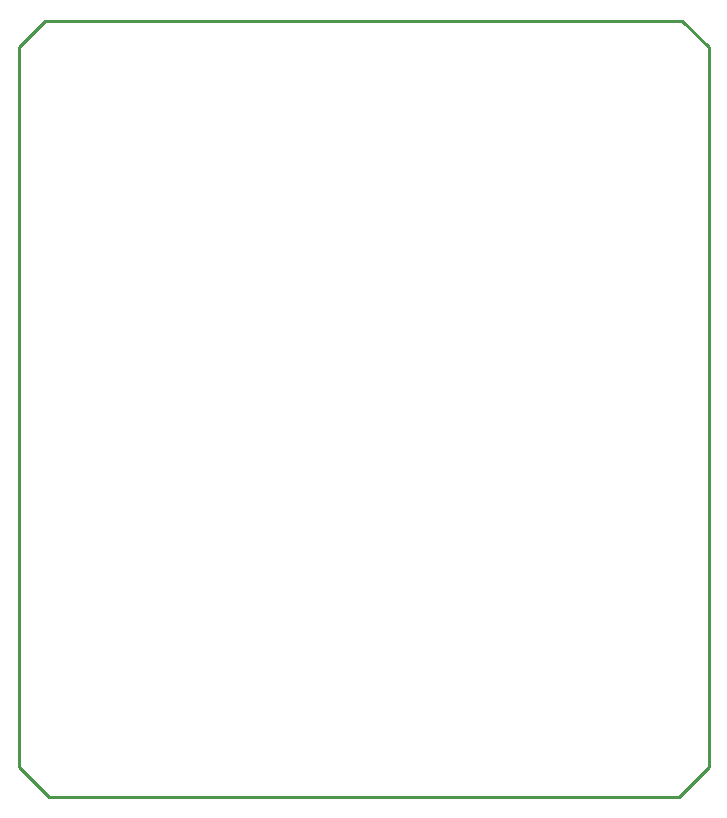
<source format=gbr>
G04 EAGLE Gerber RS-274X export*
G75*
%MOMM*%
%FSLAX34Y34*%
%LPD*%
%IN*%
%IPPOS*%
%AMOC8*
5,1,8,0,0,1.08239X$1,22.5*%
G01*
%ADD10C,0.254000*%


D10*
X0Y25400D02*
X25400Y0D01*
X558800Y0D01*
X584000Y25200D01*
X584000Y635000D01*
X561900Y657100D01*
X22100Y657100D01*
X0Y635000D01*
X0Y25400D01*
M02*

</source>
